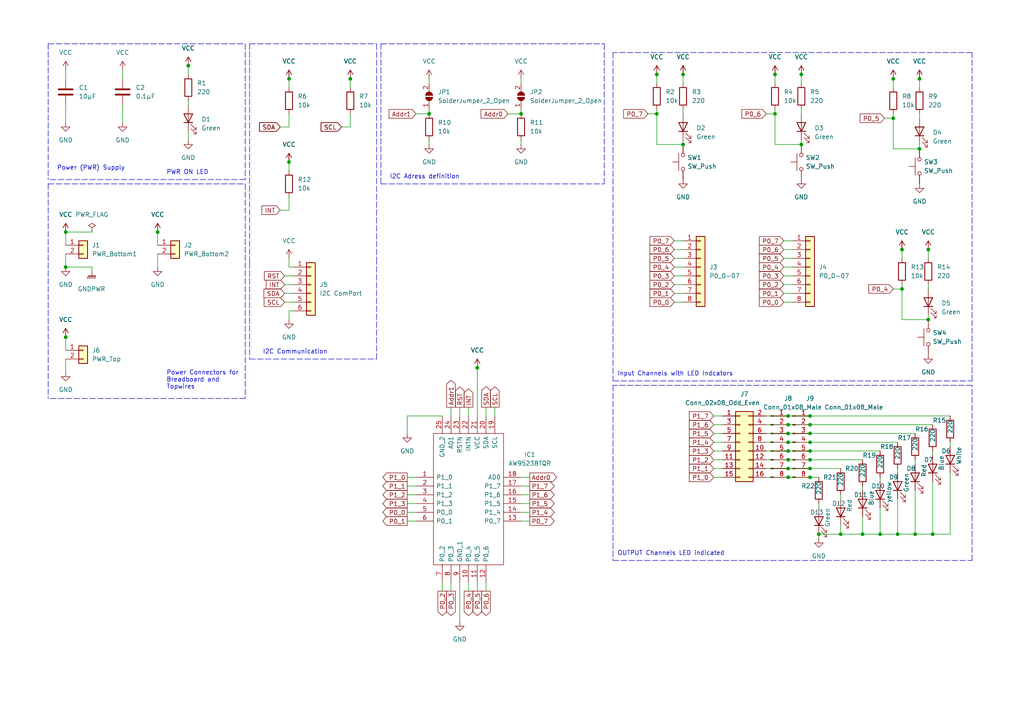
<source format=kicad_sch>
(kicad_sch (version 20211123) (generator eeschema)
  (paper "A4")
  (title_block (title "Feasibility GPIO Expander") (date "2022-02-17") (rev "v01") (comment 1 "Purpose: Execute the whole production pipline with an easy schematics") (comment 2 "Source https://learn.adafruit.com/adafruit-aw9523-gpio-expander-and-led-driver/") (comment 3 "Reflow Footprints"))
  (lib_symbols
    (symbol "Connector:Conn_01x08_Male" (pin_names (offset 1.016) hide)
      (property "Reference" "J" (at 0 10.16 0))
      (property "Value" "Conn_01x08_Male" (at 0 -12.7 0))
      (symbol "Conn_01x08_Male_1_1"
        (pin passive line (at 5.08 7.62 180) (length 3.81) (name "Pin_1") (number "1"))
        (pin passive line (at 5.08 5.08 180) (length 3.81) (name "Pin_2") (number "2"))
        (pin passive line (at 5.08 2.54 180) (length 3.81) (name "Pin_3") (number "3"))
        (pin passive line (at 5.08 0 180) (length 3.81) (name "Pin_4") (number "4"))
        (pin passive line (at 5.08 -2.54 180) (length 3.81) (name "Pin_5") (number "5"))
        (pin passive line (at 5.08 -5.08 180) (length 3.81) (name "Pin_6") (number "6"))
        (pin passive line (at 5.08 -7.62 180) (length 3.81) (name "Pin_7") (number "7"))
        (pin passive line (at 5.08 -10.16 180) (length 3.81) (name "Pin_8") (number "8"))
      )
    )
    (symbol "Connector_Generic:Conn_01x02" (pin_names (offset 1.016) hide)
      (property "Reference" "J" (at 0 2.54 0))
      (property "Value" "Conn_01x02" (at 0 -5.08 0))
      (symbol "Conn_01x02_1_1"
        (pin passive line (at -5.08 0 0) (length 3.81) (name "Pin_1") (number "1"))
        (pin passive line (at -5.08 -2.54 0) (length 3.81) (name "Pin_2") (number "2"))
      )
    )
    (symbol "Connector_Generic:Conn_01x06" (pin_names (offset 1.016) hide)
      (property "Reference" "J" (at 0 7.62 0))
      (property "Value" "Conn_01x06" (at 0 -10.16 0))
      (symbol "Conn_01x06_1_1"
        (pin passive line (at -5.08 5.08 0) (length 3.81) (name "Pin_1") (number "1"))
        (pin passive line (at -5.08 2.54 0) (length 3.81) (name "Pin_2") (number "2"))
        (pin passive line (at -5.08 0 0) (length 3.81) (name "Pin_3") (number "3"))
        (pin passive line (at -5.08 -2.54 0) (length 3.81) (name "Pin_4") (number "4"))
        (pin passive line (at -5.08 -5.08 0) (length 3.81) (name "Pin_5") (number "5"))
        (pin passive line (at -5.08 -7.62 0) (length 3.81) (name "Pin_6") (number "6"))
      )
    )
    (symbol "Connector_Generic:Conn_01x08" (pin_names (offset 1.016) hide)
      (property "Reference" "J" (at 0 10.16 0))
      (property "Value" "Conn_01x08" (at 0 -12.7 0))
      (symbol "Conn_01x08_1_1"
        (pin passive line (at -5.08 7.62 0) (length 3.81) (name "Pin_1") (number "1"))
        (pin passive line (at -5.08 5.08 0) (length 3.81) (name "Pin_2") (number "2"))
        (pin passive line (at -5.08 2.54 0) (length 3.81) (name "Pin_3") (number "3"))
        (pin passive line (at -5.08 0 0) (length 3.81) (name "Pin_4") (number "4"))
        (pin passive line (at -5.08 -2.54 0) (length 3.81) (name "Pin_5") (number "5"))
        (pin passive line (at -5.08 -5.08 0) (length 3.81) (name "Pin_6") (number "6"))
        (pin passive line (at -5.08 -7.62 0) (length 3.81) (name "Pin_7") (number "7"))
        (pin passive line (at -5.08 -10.16 0) (length 3.81) (name "Pin_8") (number "8"))
      )
    )
    (symbol "Connector_Generic:Conn_02x08_Odd_Even" (pin_names (offset 1.016) hide)
      (property "Reference" "J" (at 1.27 10.16 0))
      (property "Value" "Conn_02x08_Odd_Even" (at 1.27 -12.7 0))
      (symbol "Conn_02x08_Odd_Even_1_1"
        (pin passive line (at -5.08 7.62 0) (length 3.81) (name "Pin_1") (number "1"))
        (pin passive line (at 7.62 -2.54 180) (length 3.81) (name "Pin_10") (number "10"))
        (pin passive line (at -5.08 -5.08 0) (length 3.81) (name "Pin_11") (number "11"))
        (pin passive line (at 7.62 -5.08 180) (length 3.81) (name "Pin_12") (number "12"))
        (pin passive line (at -5.08 -7.62 0) (length 3.81) (name "Pin_13") (number "13"))
        (pin passive line (at 7.62 -7.62 180) (length 3.81) (name "Pin_14") (number "14"))
        (pin passive line (at -5.08 -10.16 0) (length 3.81) (name "Pin_15") (number "15"))
        (pin passive line (at 7.62 -10.16 180) (length 3.81) (name "Pin_16") (number "16"))
        (pin passive line (at 7.62 7.62 180) (length 3.81) (name "Pin_2") (number "2"))
        (pin passive line (at -5.08 5.08 0) (length 3.81) (name "Pin_3") (number "3"))
        (pin passive line (at 7.62 5.08 180) (length 3.81) (name "Pin_4") (number "4"))
        (pin passive line (at -5.08 2.54 0) (length 3.81) (name "Pin_5") (number "5"))
        (pin passive line (at 7.62 2.54 180) (length 3.81) (name "Pin_6") (number "6"))
        (pin passive line (at -5.08 0 0) (length 3.81) (name "Pin_7") (number "7"))
        (pin passive line (at 7.62 0 180) (length 3.81) (name "Pin_8") (number "8"))
        (pin passive line (at -5.08 -2.54 0) (length 3.81) (name "Pin_9") (number "9"))
      )
    )
    (symbol "Device:C" (pin_numbers hide) (pin_names (offset 0.254))
      (property "Reference" "C" (at 0.635 2.54 0))
      (property "Value" "C" (at 0.635 -2.54 0))
      (symbol "C_1_1"
        (pin passive line (at 0 3.81 270) (length 2.794) (name "~") (number "1"))
        (pin passive line (at 0 -3.81 90) (length 2.794) (name "~") (number "2"))
      )
    )
    (symbol "Device:LED" (pin_numbers hide) (pin_names (offset 1.016) hide)
      (property "Reference" "D" (at 0 2.54 0))
      (property "Value" "LED" (at 0 -2.54 0))
      (symbol "LED_1_1"
        (pin passive line (at -3.81 0 0) (length 2.54) (name "K") (number "1"))
        (pin passive line (at 3.81 0 180) (length 2.54) (name "A") (number "2"))
      )
    )
    (symbol "Device:R" (pin_numbers hide) (pin_names (offset 0))
      (property "Reference" "R" (at 2.032 0 90))
      (property "Value" "R" (at 0 0 90))
      (symbol "R_1_1"
        (pin passive line (at 0 3.81 270) (length 1.27) (name "~") (number "1"))
        (pin passive line (at 0 -3.81 90) (length 1.27) (name "~") (number "2"))
      )
    )
    (symbol "Jumper:SolderJumper_2_Open" (pin_names (offset 0) hide)
      (property "Reference" "JP" (at 0 2.032 0))
      (property "Value" "SolderJumper_2_Open" (at 0 -2.54 0))
      (symbol "SolderJumper_2_Open_1_1"
        (pin passive line (at -3.81 0 0) (length 2.54) (name "A") (number "1"))
        (pin passive line (at 3.81 0 180) (length 2.54) (name "B") (number "2"))
      )
    )
    (symbol "SamacSys_Parts:AW9523BTQR" (pin_names (offset 0.762))
      (property "Reference" "IC" (at 26.67 17.78 0))
      (property "Value" "AW9523BTQR" (at 26.67 15.24 0))
      (symbol "AW9523BTQR_0_0"
        (pin passive line (at 0 0 0) (length 5.08) (name "P1_0") (number "1"))
        (pin passive line (at 15.24 -30.48 90) (length 5.08) (name "P0_4") (number "10"))
        (pin passive line (at 17.78 -30.48 90) (length 5.08) (name "P0_5") (number "11"))
        (pin passive line (at 20.32 -30.48 90) (length 5.08) (name "P0_6") (number "12"))
        (pin passive line (at 30.48 -12.7 180) (length 5.08) (name "P0_7") (number "13"))
        (pin passive line (at 30.48 -10.16 180) (length 5.08) (name "P1_4") (number "14"))
        (pin passive line (at 30.48 -7.62 180) (length 5.08) (name "P1_5") (number "15"))
        (pin passive line (at 30.48 -5.08 180) (length 5.08) (name "P1_6") (number "16"))
        (pin passive line (at 30.48 -2.54 180) (length 5.08) (name "P1_7") (number "17"))
        (pin passive line (at 30.48 0 180) (length 5.08) (name "AD0") (number "18"))
        (pin passive line (at 22.86 17.78 270) (length 5.08) (name "SCL") (number "19"))
        (pin passive line (at 0 -2.54 0) (length 5.08) (name "P1_1") (number "2"))
        (pin passive line (at 20.32 17.78 270) (length 5.08) (name "SDA") (number "20"))
        (pin passive line (at 17.78 17.78 270) (length 5.08) (name "VCC") (number "21"))
        (pin passive line (at 15.24 17.78 270) (length 5.08) (name "INTN") (number "22"))
        (pin passive line (at 12.7 17.78 270) (length 5.08) (name "RSTN") (number "23"))
        (pin passive line (at 10.16 17.78 270) (length 5.08) (name "AD1") (number "24"))
        (pin passive line (at 7.62 17.78 270) (length 5.08) (name "GND_2") (number "25"))
        (pin passive line (at 0 -5.08 0) (length 5.08) (name "P1_2") (number "3"))
        (pin passive line (at 0 -7.62 0) (length 5.08) (name "P1_3") (number "4"))
        (pin passive line (at 0 -10.16 0) (length 5.08) (name "P0_0") (number "5"))
        (pin passive line (at 0 -12.7 0) (length 5.08) (name "P0_1") (number "6"))
        (pin passive line (at 7.62 -30.48 90) (length 5.08) (name "P0_2") (number "7"))
        (pin passive line (at 10.16 -30.48 90) (length 5.08) (name "P0_3") (number "8"))
        (pin passive line (at 12.7 -30.48 90) (length 5.08) (name "GND_1") (number "9"))
      )
    )
    (symbol "Switch:SW_Push" (pin_numbers hide) (pin_names (offset 1.016) hide)
      (property "Reference" "SW" (at 1.27 2.54 0))
      (property "Value" "SW_Push" (at 0 -1.524 0))
      (symbol "SW_Push_0_1"
        (pin passive line (at -5.08 0 0) (length 2.54) (name "1") (number "1"))
        (pin passive line (at 5.08 0 180) (length 2.54) (name "2") (number "2"))
      )
    )
    (symbol "power:GND" (power) (pin_names (offset 0))
      (property "Value" "GND" (at 0 -3.81 0))
      (symbol "GND_1_1"
        (pin power_in line (at 0 0 270) (length 0) hide (name "GND") (number "1"))
      )
    )
    (symbol "power:GNDPWR" (power) (pin_names (offset 0))
      (property "Value" "GNDPWR" (at 0 -3.302 0))
      (symbol "GNDPWR_1_1"
        (pin power_in line (at 0 0 270) (length 0) hide (name "GNDPWR") (number "1"))
      )
    )
    (symbol "power:PWR_FLAG" (power) (pin_numbers hide) (pin_names (offset 0) hide)
      (property "Value" "PWR_FLAG" (at 0 3.81 0))
      (symbol "PWR_FLAG_0_0"
        (pin power_out line (at 0 0 90) (length 0) (name "pwr") (number "1"))
      )
    )
    (symbol "power:VCC" (power) (pin_names (offset 0))
      (property "Value" "VCC" (at 0 3.81 0))
      (symbol "VCC_1_1"
        (pin power_in line (at 0 0 90) (length 0) hide (name "VCC") (number "1"))
      )
    )
  )
  (junction (at 19.05 97.79))
  (junction (at 224.79 21.59))
  (junction (at 261.62 72.39))
  (junction (at 234.95 133.35))
  (junction (at 270.51 154.94))
  (junction (at 234.95 128.27))
  (junction (at 124.46 33.02))
  (junction (at 228.6 135.89))
  (junction (at 198.12 41.91))
  (junction (at 228.6 128.27))
  (junction (at 228.6 123.19))
  (junction (at 259.08 34.29))
  (junction (at 250.19 154.94))
  (junction (at 83.82 22.86))
  (junction (at 269.24 72.39))
  (junction (at 269.24 92.71))
  (junction (at 224.79 33.02))
  (junction (at 237.49 154.94))
  (junction (at 266.7 43.18))
  (junction (at 45.72 67.31))
  (junction (at 232.41 41.91))
  (junction (at 243.84 154.94))
  (junction (at 151.13 33.02))
  (junction (at 234.95 135.89))
  (junction (at 261.62 83.82))
  (junction (at 190.5 33.02))
  (junction (at 228.6 133.35))
  (junction (at 228.6 138.43))
  (junction (at 260.35 154.94))
  (junction (at 266.7 22.86))
  (junction (at 228.6 130.81))
  (junction (at 234.95 138.43))
  (junction (at 255.27 154.94))
  (junction (at 19.05 67.31))
  (junction (at 190.5 21.59))
  (junction (at 54.61 19.05))
  (junction (at 234.95 125.73))
  (junction (at 234.95 130.81))
  (junction (at 228.6 125.73))
  (junction (at 228.6 120.65))
  (junction (at 234.95 120.65))
  (junction (at 234.95 123.19))
  (junction (at 259.08 22.86))
  (junction (at 101.6 22.86))
  (junction (at 19.05 77.47))
  (junction (at 198.12 21.59))
  (junction (at 232.41 21.59))
  (junction (at 138.43 106.68))
  (junction (at 265.43 154.94))
  (junction (at 83.82 46.99))
  (wire (pts (xy 45.72 73.66) (xy 45.72 77.47)))
  (wire (pts (xy 140.97 168.91) (xy 140.97 171.45)))
  (polyline (pts (xy 109.22 104.14) (xy 109.22 76.2)))
  (wire (pts (xy 26.67 78.74) (xy 26.67 77.47)))
  (wire (pts (xy 227.33 80.01) (xy 229.87 80.01)))
  (wire (pts (xy 222.25 135.89) (xy 228.6 135.89)))
  (wire (pts (xy 151.13 40.64) (xy 151.13 41.91)))
  (polyline (pts (xy 281.94 111.76) (xy 177.8 111.76)))
  (wire (pts (xy 266.7 22.86) (xy 266.7 25.4)))
  (wire (pts (xy 224.79 33.02) (xy 222.25 33.02)))
  (wire (pts (xy 259.08 22.86) (xy 259.08 25.4)))
  (wire (pts (xy 195.58 72.39) (xy 198.12 72.39)))
  (wire (pts (xy 195.58 80.01) (xy 198.12 80.01)))
  (wire (pts (xy 237.49 146.05) (xy 237.49 147.32)))
  (wire (pts (xy 243.84 143.51) (xy 243.84 144.78)))
  (wire (pts (xy 255.27 154.94) (xy 260.35 154.94)))
  (wire (pts (xy 151.13 151.13) (xy 153.67 151.13)))
  (wire (pts (xy 101.6 33.02) (xy 101.6 36.83)))
  (wire (pts (xy 82.55 80.01) (xy 85.09 80.01)))
  (wire (pts (xy 266.7 41.91) (xy 266.7 43.18)))
  (wire (pts (xy 151.13 138.43) (xy 153.67 138.43)))
  (wire (pts (xy 195.58 74.93) (xy 198.12 74.93)))
  (wire (pts (xy 234.95 130.81) (xy 255.27 130.81)))
  (wire (pts (xy 222.25 138.43) (xy 228.6 138.43)))
  (polyline (pts (xy 13.97 12.7) (xy 13.97 52.07)))
  (wire (pts (xy 261.62 82.55) (xy 261.62 83.82)))
  (wire (pts (xy 147.32 33.02) (xy 151.13 33.02)))
  (polyline (pts (xy 177.8 15.24) (xy 177.8 110.49)))
  (wire (pts (xy 85.09 77.47) (xy 83.82 77.47)))
  (wire (pts (xy 269.24 91.44) (xy 269.24 92.71)))
  (wire (pts (xy 207.01 133.35) (xy 209.55 133.35)))
  (polyline (pts (xy 177.8 111.76) (xy 177.8 162.56)))
  (wire (pts (xy 259.08 43.18) (xy 266.7 43.18)))
  (wire (pts (xy 130.81 168.91) (xy 130.81 171.45)))
  (wire (pts (xy 151.13 22.86) (xy 151.13 24.13)))
  (wire (pts (xy 270.51 139.7) (xy 270.51 154.94)))
  (wire (pts (xy 228.6 130.81) (xy 234.95 130.81)))
  (wire (pts (xy 222.25 120.65) (xy 228.6 120.65)))
  (wire (pts (xy 224.79 31.75) (xy 224.79 33.02)))
  (wire (pts (xy 85.09 90.17) (xy 83.82 90.17)))
  (wire (pts (xy 130.81 118.11) (xy 130.81 120.65)))
  (wire (pts (xy 234.95 123.19) (xy 270.51 123.19)))
  (wire (pts (xy 261.62 83.82) (xy 261.62 92.71)))
  (wire (pts (xy 118.11 140.97) (xy 120.65 140.97)))
  (wire (pts (xy 228.6 128.27) (xy 234.95 128.27)))
  (wire (pts (xy 269.24 72.39) (xy 269.24 74.93)))
  (wire (pts (xy 265.43 133.35) (xy 265.43 134.62)))
  (polyline (pts (xy 71.12 52.07) (xy 13.97 52.07)))
  (wire (pts (xy 195.58 69.85) (xy 198.12 69.85)))
  (wire (pts (xy 232.41 21.59) (xy 232.41 24.13)))
  (wire (pts (xy 207.01 135.89) (xy 209.55 135.89)))
  (wire (pts (xy 19.05 67.31) (xy 26.67 67.31)))
  (polyline (pts (xy 110.49 12.7) (xy 175.26 12.7)))
  (wire (pts (xy 207.01 123.19) (xy 209.55 123.19)))
  (wire (pts (xy 82.55 82.55) (xy 85.09 82.55)))
  (wire (pts (xy 269.24 82.55) (xy 269.24 83.82)))
  (wire (pts (xy 250.19 140.97) (xy 250.19 142.24)))
  (wire (pts (xy 237.49 154.94) (xy 237.49 156.21)))
  (wire (pts (xy 224.79 21.59) (xy 224.79 24.13)))
  (wire (pts (xy 259.08 34.29) (xy 256.54 34.29)))
  (wire (pts (xy 237.49 154.94) (xy 243.84 154.94)))
  (wire (pts (xy 120.65 33.02) (xy 124.46 33.02)))
  (polyline (pts (xy 110.49 12.7) (xy 110.49 53.34)))
  (wire (pts (xy 228.6 135.89) (xy 234.95 135.89)))
  (wire (pts (xy 151.13 140.97) (xy 153.67 140.97)))
  (wire (pts (xy 151.13 31.75) (xy 151.13 33.02)))
  (wire (pts (xy 101.6 36.83) (xy 99.06 36.83)))
  (wire (pts (xy 250.19 149.86) (xy 250.19 154.94)))
  (wire (pts (xy 234.95 138.43) (xy 237.49 138.43)))
  (wire (pts (xy 250.19 154.94) (xy 255.27 154.94)))
  (wire (pts (xy 151.13 148.59) (xy 153.67 148.59)))
  (wire (pts (xy 151.13 143.51) (xy 153.67 143.51)))
  (wire (pts (xy 234.95 120.65) (xy 275.59 120.65)))
  (wire (pts (xy 83.82 90.17) (xy 83.82 92.71)))
  (wire (pts (xy 198.12 31.75) (xy 198.12 33.02)))
  (wire (pts (xy 270.51 154.94) (xy 275.59 154.94)))
  (wire (pts (xy 198.12 40.64) (xy 198.12 41.91)))
  (wire (pts (xy 207.01 120.65) (xy 209.55 120.65)))
  (wire (pts (xy 224.79 41.91) (xy 232.41 41.91)))
  (wire (pts (xy 54.61 38.1) (xy 54.61 40.64)))
  (wire (pts (xy 227.33 87.63) (xy 229.87 87.63)))
  (wire (pts (xy 83.82 77.47) (xy 83.82 74.93)))
  (wire (pts (xy 83.82 57.15) (xy 83.82 60.96)))
  (wire (pts (xy 19.05 104.14) (xy 19.05 107.95)))
  (wire (pts (xy 35.56 20.32) (xy 35.56 22.86)))
  (wire (pts (xy 82.55 85.09) (xy 85.09 85.09)))
  (wire (pts (xy 228.6 120.65) (xy 234.95 120.65)))
  (wire (pts (xy 207.01 128.27) (xy 209.55 128.27)))
  (wire (pts (xy 224.79 33.02) (xy 224.79 41.91)))
  (wire (pts (xy 260.35 135.89) (xy 260.35 137.16)))
  (polyline (pts (xy 281.94 162.56) (xy 281.94 111.76)))
  (wire (pts (xy 261.62 72.39) (xy 261.62 74.93)))
  (wire (pts (xy 227.33 85.09) (xy 229.87 85.09)))
  (polyline (pts (xy 72.39 12.7) (xy 72.39 76.2)))
  (wire (pts (xy 19.05 97.79) (xy 19.05 101.6)))
  (wire (pts (xy 234.95 135.89) (xy 243.84 135.89)))
  (wire (pts (xy 133.35 168.91) (xy 133.35 180.34)))
  (wire (pts (xy 118.11 143.51) (xy 120.65 143.51)))
  (wire (pts (xy 190.5 33.02) (xy 190.5 41.91)))
  (wire (pts (xy 190.5 33.02) (xy 187.96 33.02)))
  (polyline (pts (xy 13.97 53.34) (xy 13.97 115.57)))
  (wire (pts (xy 207.01 130.81) (xy 209.55 130.81)))
  (wire (pts (xy 261.62 92.71) (xy 269.24 92.71)))
  (wire (pts (xy 228.6 123.19) (xy 234.95 123.19)))
  (wire (pts (xy 222.25 123.19) (xy 228.6 123.19)))
  (wire (pts (xy 228.6 133.35) (xy 234.95 133.35)))
  (polyline (pts (xy 72.39 12.7) (xy 109.22 12.7)))
  (wire (pts (xy 190.5 31.75) (xy 190.5 33.02)))
  (wire (pts (xy 118.11 138.43) (xy 120.65 138.43)))
  (polyline (pts (xy 72.39 104.14) (xy 109.22 104.14)))
  (wire (pts (xy 228.6 125.73) (xy 234.95 125.73)))
  (wire (pts (xy 124.46 31.75) (xy 124.46 33.02)))
  (wire (pts (xy 26.67 77.47) (xy 19.05 77.47)))
  (polyline (pts (xy 13.97 53.34) (xy 71.12 53.34)))
  (wire (pts (xy 275.59 137.16) (xy 275.59 154.94)))
  (wire (pts (xy 227.33 69.85) (xy 229.87 69.85)))
  (wire (pts (xy 222.25 128.27) (xy 228.6 128.27)))
  (wire (pts (xy 227.33 82.55) (xy 229.87 82.55)))
  (wire (pts (xy 45.72 67.31) (xy 45.72 71.12)))
  (wire (pts (xy 138.43 106.68) (xy 138.43 120.65)))
  (polyline (pts (xy 281.94 110.49) (xy 281.94 15.24)))
  (polyline (pts (xy 175.26 53.34) (xy 175.26 12.7)))
  (wire (pts (xy 143.51 118.11) (xy 143.51 120.65)))
  (wire (pts (xy 135.89 168.91) (xy 135.89 171.45)))
  (wire (pts (xy 227.33 74.93) (xy 229.87 74.93)))
  (wire (pts (xy 135.89 118.11) (xy 135.89 120.65)))
  (wire (pts (xy 195.58 85.09) (xy 198.12 85.09)))
  (wire (pts (xy 101.6 22.86) (xy 101.6 25.4)))
  (wire (pts (xy 124.46 40.64) (xy 124.46 41.91)))
  (polyline (pts (xy 109.22 76.2) (xy 109.22 12.7)))
  (wire (pts (xy 234.95 133.35) (xy 250.19 133.35)))
  (wire (pts (xy 227.33 77.47) (xy 229.87 77.47)))
  (polyline (pts (xy 72.39 76.2) (xy 72.39 104.14)))
  (wire (pts (xy 265.43 142.24) (xy 265.43 154.94)))
  (wire (pts (xy 19.05 30.48) (xy 19.05 35.56)))
  (wire (pts (xy 222.25 130.81) (xy 228.6 130.81)))
  (wire (pts (xy 19.05 67.31) (xy 19.05 71.12)))
  (wire (pts (xy 275.59 128.27) (xy 275.59 129.54)))
  (wire (pts (xy 195.58 87.63) (xy 198.12 87.63)))
  (wire (pts (xy 81.28 60.96) (xy 83.82 60.96)))
  (polyline (pts (xy 71.12 115.57) (xy 13.97 115.57)))
  (polyline (pts (xy 177.8 110.49) (xy 281.94 110.49)))
  (wire (pts (xy 198.12 21.59) (xy 198.12 24.13)))
  (wire (pts (xy 151.13 146.05) (xy 153.67 146.05)))
  (wire (pts (xy 195.58 82.55) (xy 198.12 82.55)))
  (wire (pts (xy 54.61 29.21) (xy 54.61 30.48)))
  (wire (pts (xy 243.84 152.4) (xy 243.84 154.94)))
  (wire (pts (xy 83.82 33.02) (xy 83.82 36.83)))
  (wire (pts (xy 19.05 73.66) (xy 19.05 77.47)))
  (polyline (pts (xy 110.49 53.34) (xy 175.26 53.34)))
  (wire (pts (xy 243.84 154.94) (xy 250.19 154.94)))
  (wire (pts (xy 261.62 83.82) (xy 259.08 83.82)))
  (wire (pts (xy 222.25 133.35) (xy 228.6 133.35)))
  (wire (pts (xy 228.6 138.43) (xy 234.95 138.43)))
  (wire (pts (xy 35.56 30.48) (xy 35.56 35.56)))
  (wire (pts (xy 124.46 22.86) (xy 124.46 24.13)))
  (wire (pts (xy 260.35 154.94) (xy 265.43 154.94)))
  (wire (pts (xy 83.82 46.99) (xy 83.82 49.53)))
  (wire (pts (xy 190.5 41.91) (xy 198.12 41.91)))
  (wire (pts (xy 195.58 77.47) (xy 198.12 77.47)))
  (wire (pts (xy 128.27 120.65) (xy 118.11 120.65)))
  (wire (pts (xy 82.55 87.63) (xy 85.09 87.63)))
  (wire (pts (xy 140.97 118.11) (xy 140.97 120.65)))
  (wire (pts (xy 81.28 36.83) (xy 83.82 36.83)))
  (wire (pts (xy 222.25 125.73) (xy 228.6 125.73)))
  (wire (pts (xy 19.05 20.32) (xy 19.05 22.86)))
  (wire (pts (xy 118.11 148.59) (xy 120.65 148.59)))
  (wire (pts (xy 232.41 31.75) (xy 232.41 33.02)))
  (wire (pts (xy 207.01 138.43) (xy 209.55 138.43)))
  (wire (pts (xy 138.43 168.91) (xy 138.43 171.45)))
  (wire (pts (xy 227.33 72.39) (xy 229.87 72.39)))
  (wire (pts (xy 270.51 130.81) (xy 270.51 132.08)))
  (wire (pts (xy 234.95 128.27) (xy 260.35 128.27)))
  (polyline (pts (xy 71.12 53.34) (xy 71.12 115.57)))
  (wire (pts (xy 232.41 40.64) (xy 232.41 41.91)))
  (wire (pts (xy 259.08 34.29) (xy 259.08 43.18)))
  (polyline (pts (xy 281.94 15.24) (xy 177.8 15.24)))
  (wire (pts (xy 207.01 125.73) (xy 209.55 125.73)))
  (wire (pts (xy 118.11 151.13) (xy 120.65 151.13)))
  (wire (pts (xy 259.08 33.02) (xy 259.08 34.29)))
  (wire (pts (xy 255.27 147.32) (xy 255.27 154.94)))
  (wire (pts (xy 190.5 21.59) (xy 190.5 24.13)))
  (polyline (pts (xy 13.97 12.7) (xy 71.12 12.7)))
  (wire (pts (xy 234.95 125.73) (xy 265.43 125.73)))
  (wire (pts (xy 128.27 168.91) (xy 128.27 171.45)))
  (wire (pts (xy 266.7 33.02) (xy 266.7 34.29)))
  (wire (pts (xy 54.61 19.05) (xy 54.61 21.59)))
  (wire (pts (xy 133.35 118.11) (xy 133.35 120.65)))
  (polyline (pts (xy 71.12 12.7) (xy 71.12 52.07)))
  (wire (pts (xy 260.35 144.78) (xy 260.35 154.94)))
  (polyline (pts (xy 177.8 162.56) (xy 281.94 162.56)))
  (wire (pts (xy 118.11 120.65) (xy 118.11 125.73)))
  (wire (pts (xy 118.11 146.05) (xy 120.65 146.05)))
  (wire (pts (xy 83.82 22.86) (xy 83.82 25.4)))
  (wire (pts (xy 255.27 138.43) (xy 255.27 139.7)))
  (wire (pts (xy 265.43 154.94) (xy 270.51 154.94)))
  (text "I2C Communication" (at 76.2 102.87 0) (effects (font (size 1.27 1.27)) (justify left bottom)))
  (text "PWR ON LED" (at 48.26 50.8 0) (effects (font (size 1.27 1.27)) (justify left bottom)))
  (text "Input Channels with LED Indcators" (at 179.07 109.22 0) (effects (font (size 1.27 1.27)) (justify left bottom)))
  (text "Power (PWR) Supply" (at 16.51 49.53 0) (effects (font (size 1.27 1.27)) (justify left bottom)))
  (text "I2C Adress definition" (at 113.03 52.07 0) (effects (font (size 1.27 1.27)) (justify left bottom)))
  (text "Power Connectors for\nBreadboard and\nTopwires" (at 48.26 113.03 0) (effects (font (size 1.27 1.27)) (justify left bottom)))
  (text "OUTPUT Channels LED indicated" (at 179.07 161.29 0) (effects (font (size 1.27 1.27)) (justify left bottom)))
  (global_label "P1_5" (shape output) (at 153.67 146.05 0) (property "Intersheet References" "${INTERSHEET_REFS}" (effects hide)))
  (global_label "P0_2" (shape input) (at 227.33 82.55 180) (property "Intersheet References" "${INTERSHEET_REFS}" (effects hide)))
  (global_label "P1_2" (shape input) (at 207.01 133.35 180) (property "Intersheet References" "${INTERSHEET_REFS}" (effects hide)))
  (global_label "P1_1" (shape input) (at 207.01 135.89 180) (property "Intersheet References" "${INTERSHEET_REFS}" (effects hide)))
  (global_label "P1_7" (shape output) (at 153.67 140.97 0) (property "Intersheet References" "${INTERSHEET_REFS}" (effects hide)))
  (global_label "P0_0" (shape input) (at 195.58 87.63 180) (property "Intersheet References" "${INTERSHEET_REFS}" (effects hide)))
  (global_label "P0_4" (shape output) (at 135.89 171.45 270) (property "Intersheet References" "${INTERSHEET_REFS}" (effects hide)))
  (global_label "SCL" (shape input) (at 82.55 87.63 180) (property "Intersheet References" "${INTERSHEET_REFS}" (effects hide)))
  (global_label "P1_4" (shape input) (at 207.01 128.27 180) (property "Intersheet References" "${INTERSHEET_REFS}" (effects hide)))
  (global_label "P0_6" (shape input) (at 227.33 72.39 180) (property "Intersheet References" "${INTERSHEET_REFS}" (effects hide)))
  (global_label "SDA" (shape input) (at 81.28 36.83 180) (property "Intersheet References" "${INTERSHEET_REFS}" (effects hide)))
  (global_label "P0_7" (shape input) (at 187.96 33.02 180) (property "Intersheet References" "${INTERSHEET_REFS}" (effects hide)))
  (global_label "P0_3" (shape input) (at 195.58 80.01 180) (property "Intersheet References" "${INTERSHEET_REFS}" (effects hide)))
  (global_label "P1_1" (shape output) (at 118.11 140.97 180) (property "Intersheet References" "${INTERSHEET_REFS}" (effects hide)))
  (global_label "RST" (shape input) (at 82.55 80.01 180) (property "Intersheet References" "${INTERSHEET_REFS}" (effects hide)))
  (global_label "P1_4" (shape output) (at 153.67 148.59 0) (property "Intersheet References" "${INTERSHEET_REFS}" (effects hide)))
  (global_label "P0_4" (shape input) (at 227.33 77.47 180) (property "Intersheet References" "${INTERSHEET_REFS}" (effects hide)))
  (global_label "P0_5" (shape input) (at 256.54 34.29 180) (property "Intersheet References" "${INTERSHEET_REFS}" (effects hide)))
  (global_label "P0_4" (shape input) (at 259.08 83.82 180) (property "Intersheet References" "${INTERSHEET_REFS}" (effects hide)))
  (global_label "INT" (shape input) (at 81.28 60.96 180) (property "Intersheet References" "${INTERSHEET_REFS}" (effects hide)))
  (global_label "Addr1" (shape output) (at 130.81 118.11 90) (property "Intersheet References" "${INTERSHEET_REFS}" (effects hide)))
  (global_label "P0_6" (shape output) (at 140.97 171.45 270) (property "Intersheet References" "${INTERSHEET_REFS}" (effects hide)))
  (global_label "SCL" (shape output) (at 143.51 118.11 90) (property "Intersheet References" "${INTERSHEET_REFS}" (effects hide)))
  (global_label "P1_5" (shape input) (at 207.01 125.73 180) (property "Intersheet References" "${INTERSHEET_REFS}" (effects hide)))
  (global_label "P0_1" (shape input) (at 227.33 85.09 180) (property "Intersheet References" "${INTERSHEET_REFS}" (effects hide)))
  (global_label "P1_0" (shape output) (at 118.11 138.43 180) (property "Intersheet References" "${INTERSHEET_REFS}" (effects hide)))
  (global_label "P0_6" (shape input) (at 195.58 72.39 180) (property "Intersheet References" "${INTERSHEET_REFS}" (effects hide)))
  (global_label "INT" (shape input) (at 82.55 82.55 180) (property "Intersheet References" "${INTERSHEET_REFS}" (effects hide)))
  (global_label "INT" (shape output) (at 135.89 118.11 90) (property "Intersheet References" "${INTERSHEET_REFS}" (effects hide)))
  (global_label "SCL" (shape input) (at 99.06 36.83 180) (property "Intersheet References" "${INTERSHEET_REFS}" (effects hide)))
  (global_label "P0_2" (shape output) (at 128.27 171.45 270) (property "Intersheet References" "${INTERSHEET_REFS}" (effects hide)))
  (global_label "Addr1" (shape input) (at 120.65 33.02 180) (property "Intersheet References" "${INTERSHEET_REFS}" (effects hide)))
  (global_label "P0_3" (shape output) (at 130.81 171.45 270) (property "Intersheet References" "${INTERSHEET_REFS}" (effects hide)))
  (global_label "P0_3" (shape input) (at 227.33 80.01 180) (property "Intersheet References" "${INTERSHEET_REFS}" (effects hide)))
  (global_label "P1_3" (shape output) (at 118.11 146.05 180) (property "Intersheet References" "${INTERSHEET_REFS}" (effects hide)))
  (global_label "P0_1" (shape output) (at 118.11 151.13 180) (property "Intersheet References" "${INTERSHEET_REFS}" (effects hide)))
  (global_label "P0_7" (shape input) (at 195.58 69.85 180) (property "Intersheet References" "${INTERSHEET_REFS}" (effects hide)))
  (global_label "SCL" (shape input) (at 99.06 36.83 180) (property "Intersheet References" "${INTERSHEET_REFS}" (effects hide)))
  (global_label "P0_0" (shape output) (at 118.11 148.59 180) (property "Intersheet References" "${INTERSHEET_REFS}" (effects hide)))
  (global_label "P1_3" (shape input) (at 207.01 130.81 180) (property "Intersheet References" "${INTERSHEET_REFS}" (effects hide)))
  (global_label "P1_7" (shape input) (at 207.01 120.65 180) (property "Intersheet References" "${INTERSHEET_REFS}" (effects hide)))
  (global_label "Addr0" (shape input) (at 147.32 33.02 180) (property "Intersheet References" "${INTERSHEET_REFS}" (effects hide)))
  (global_label "P0_5" (shape output) (at 138.43 171.45 270) (property "Intersheet References" "${INTERSHEET_REFS}" (effects hide)))
  (global_label "P1_0" (shape input) (at 207.01 138.43 180) (property "Intersheet References" "${INTERSHEET_REFS}" (effects hide)))
  (global_label "P0_7" (shape input) (at 227.33 69.85 180) (property "Intersheet References" "${INTERSHEET_REFS}" (effects hide)))
  (global_label "P1_6" (shape input) (at 207.01 123.19 180) (property "Intersheet References" "${INTERSHEET_REFS}" (effects hide)))
  (global_label "SDA" (shape input) (at 82.55 85.09 180) (property "Intersheet References" "${INTERSHEET_REFS}" (effects hide)))
  (global_label "P0_4" (shape input) (at 195.58 77.47 180) (property "Intersheet References" "${INTERSHEET_REFS}" (effects hide)))
  (global_label "P0_5" (shape input) (at 195.58 74.93 180) (property "Intersheet References" "${INTERSHEET_REFS}" (effects hide)))
  (global_label "P0_2" (shape input) (at 195.58 82.55 180) (property "Intersheet References" "${INTERSHEET_REFS}" (effects hide)))
  (global_label "P0_6" (shape input) (at 222.25 33.02 180) (property "Intersheet References" "${INTERSHEET_REFS}" (effects hide)))
  (global_label "SDA" (shape input) (at 81.28 36.83 180) (property "Intersheet References" "${INTERSHEET_REFS}" (effects hide)))
  (global_label "P0_1" (shape input) (at 195.58 85.09 180) (property "Intersheet References" "${INTERSHEET_REFS}" (effects hide)))
  (global_label "SDA" (shape output) (at 140.97 118.11 90) (property "Intersheet References" "${INTERSHEET_REFS}" (effects hide)))
  (global_label "P0_0" (shape input) (at 227.33 87.63 180) (property "Intersheet References" "${INTERSHEET_REFS}" (effects hide)))
  (global_label "P1_2" (shape output) (at 118.11 143.51 180) (property "Intersheet References" "${INTERSHEET_REFS}" (effects hide)))
  (global_label "P0_5" (shape input) (at 227.33 74.93 180) (property "Intersheet References" "${INTERSHEET_REFS}" (effects hide)))
  (global_label "Addr0" (shape output) (at 153.67 138.43 0) (property "Intersheet References" "${INTERSHEET_REFS}" (effects hide)))
  (global_label "P0_7" (shape output) (at 153.67 151.13 0) (property "Intersheet References" "${INTERSHEET_REFS}" (effects hide)))
  (global_label "RST" (shape output) (at 133.35 118.11 90) (property "Intersheet References" "${INTERSHEET_REFS}" (effects hide)))
  (global_label "P1_6" (shape output) (at 153.67 143.51 0) (property "Intersheet References" "${INTERSHEET_REFS}" (effects hide)))
  (symbol (lib_id "Device:R") (at 275.59 124.46 0) (unit 1)
    (property "Reference" "R15" (at 270.51 121.92 0) (effects (justify left)))
    (property "Value" "220" (at 275.59 125.73 90) (effects (justify left)))
    (property "Footprint" "Resistor_SMD:R_0805_2012Metric" (effects hide))
  )
  (symbol (lib_id "power:GNDPWR") (at 26.67 78.74 0) (unit 1)
    (property "Reference" "#PWR044" (effects hide))
    (property "Value" "GNDPWR" (at 26.543 83.82 0))
  )
  (symbol (lib_id "power:VCC") (at 83.82 74.93 0) (unit 1)
    (property "Reference" "#PWR041" (effects hide))
    (property "Value" "VCC" (at 83.82 69.85 0))
  )
  (symbol (lib_id "Device:R") (at 255.27 134.62 0) (unit 1)
    (property "Reference" "R19" (at 250.19 132.08 0) (effects (justify left)))
    (property "Value" "220" (at 255.27 135.89 90) (effects (justify left)))
    (property "Footprint" "Resistor_SMD:R_0805_2012Metric" (effects hide))
  )
  (symbol (lib_id "Device:C") (at 35.56 26.67 0) (unit 1)
    (property "Reference" "C2" (at 39.37 25.3999 0) (effects (justify left)))
    (property "Value" "0.1µF" (at 39.37 27.9399 0) (effects (justify left)))
    (property "Footprint" "Capacitor_SMD:C_0805_2012Metric" (effects hide))
  )
  (symbol (lib_id "power:VCC") (at 83.82 46.99 0) (unit 1)
    (property "Reference" "#PWR028" (effects hide))
    (property "Value" "VCC" (at 83.82 41.91 0))
  )
  (symbol (lib_id "Device:LED") (at 270.51 135.89 90) (unit 1)
    (property "Reference" "D7" (at 267.97 133.35 90) (effects (justify right)))
    (property "Value" "Blue" (at 273.05 132.08 0) (effects (justify right)))
    (property "Footprint" "LED_SMD:LED_0805_2012Metric" (effects hide))
  )
  (symbol (lib_id "Jumper:SolderJumper_2_Open") (at 151.13 27.94 90) (unit 1)
    (property "Reference" "JP2" (at 153.67 26.6699 90) (effects (justify right)))
    (property "Value" "SolderJumper_2_Open" (at 153.67 29.2099 90) (effects (justify right)))
    (property "Footprint" "Jumper:SolderJumper-2_P1.3mm_Open_TrianglePad1.0x1.5mm" (effects hide))
  )
  (symbol (lib_id "Device:R") (at 190.5 27.94 0) (unit 1)
    (property "Reference" "R2" (at 193.04 26.6699 0) (effects (justify left)))
    (property "Value" "10k" (at 193.04 29.2099 0) (effects (justify left)))
    (property "Footprint" "Resistor_SMD:R_0805_2012Metric" (effects hide))
  )
  (symbol (lib_id "power:GND") (at 83.82 92.71 0) (unit 1)
    (property "Reference" "#PWR045" (effects hide))
    (property "Value" "GND" (at 83.82 97.79 0))
  )
  (symbol (lib_id "power:VCC") (at 266.7 22.86 0) (unit 1)
    (property "Reference" "#PWR021" (effects hide))
    (property "Value" "VCC" (at 266.7 17.78 0))
  )
  (symbol (lib_id "power:VCC") (at 198.12 21.59 0) (unit 1)
    (property "Reference" "#PWR07" (effects hide))
    (property "Value" "VCC" (at 198.12 16.51 0))
  )
  (symbol (lib_id "Connector_Generic:Conn_02x08_Odd_Even") (at 214.63 128.27 0) (unit 1)
    (property "Reference" "J7" (at 215.9 114.3 0))
    (property "Value" "Conn_02x08_Odd_Even" (at 209.55 116.84 0))
    (property "Footprint" "Connector_PinHeader_2.54mm:PinHeader_2x08_P2.54mm_Vertical" (effects hide))
  )
  (symbol (lib_id "Connector_Generic:Conn_01x02") (at 50.8 71.12 0) (unit 1)
    (property "Reference" "J2" (at 53.34 71.1199 0) (effects (justify left)))
    (property "Value" "PWR_Bottom2" (at 53.34 73.6599 0) (effects (justify left)))
    (property "Footprint" "Connector_PinHeader_2.54mm:PinHeader_1x02_P2.54mm_Vertical" (effects hide))
  )
  (symbol (lib_id "Connector_Generic:Conn_01x08") (at 234.95 77.47 0) (unit 1)
    (property "Reference" "J4" (at 237.49 77.4699 0) (effects (justify left)))
    (property "Value" "P0_0-07" (at 237.49 80.0099 0) (effects (justify left)))
    (property "Footprint" "Connector_PinHeader_2.54mm:PinHeader_1x08_P2.54mm_Vertical" (effects hide))
  )
  (symbol (lib_id "Switch:SW_Push") (at 232.41 46.99 90) (unit 1)
    (property "Reference" "SW2" (at 233.68 45.7199 90) (effects (justify right)))
    (property "Value" "SW_Push" (at 233.68 48.2599 90) (effects (justify right)))
    (property "Footprint" "SamacSys_Parts:314375650" (effects hide))
    (property "Datasheet" "https://www.te.com/commerce/DocumentDelivery/DDEController?Action=showdoc&DocId=Customer+Drawing%7F2-1437565-7%7FV%7Fpdf%7FEnglish%7FENG_CD_2-1437565-7_V.pdf%7F3-1437565-0" (effects hide))
    (property "Source" "https://componentsearchengine.com/part-view/3-1437565-0/TE%20Connectivity" (effects hide))
  )
  (symbol (lib_id "Switch:SW_Push") (at 269.24 97.79 90) (unit 1)
    (property "Reference" "SW4" (at 270.51 96.5199 90) (effects (justify right)))
    (property "Value" "SW_Push" (at 270.51 99.0599 90) (effects (justify right)))
    (property "Footprint" "SamacSys_Parts:314375650" (effects hide))
    (property "Datasheet" "https://www.te.com/commerce/DocumentDelivery/DDEController?Action=showdoc&DocId=Customer+Drawing%7F2-1437565-7%7FV%7Fpdf%7FEnglish%7FENG_CD_2-1437565-7_V.pdf%7F3-1437565-0" (effects hide))
    (property "Source" "https://componentsearchengine.com/part-view/3-1437565-0/TE%20Connectivity" (effects hide))
  )
  (symbol (lib_id "power:GND") (at 198.12 52.07 0) (unit 1)
    (property "Reference" "#PWR030" (effects hide))
    (property "Value" "GND" (at 198.12 57.15 0))
  )
  (symbol (lib_id "power:VCC") (at 19.05 20.32 0) (unit 1)
    (property "Reference" "#PWR03" (effects hide))
    (property "Value" "VCC" (at 19.05 15.24 0))
  )
  (symbol (lib_id "Device:LED") (at 260.35 140.97 90) (unit 1)
    (property "Reference" "D9" (at 257.81 138.43 90) (effects (justify right)))
    (property "Value" "Green" (at 262.89 137.16 0) (effects (justify right)))
    (property "Footprint" "LED_SMD:LED_0805_2012Metric" (effects hide))
  )
  (symbol (lib_id "power:VCC") (at 151.13 22.86 0) (unit 1)
    (property "Reference" "#PWR018" (effects hide))
    (property "Value" "VCC" (at 151.13 17.78 0))
  )
  (symbol (lib_id "Device:LED") (at 269.24 87.63 90) (unit 1)
    (property "Reference" "D5" (at 273.05 87.9474 90) (effects (justify right)))
    (property "Value" "Green" (at 273.05 90.4874 90) (effects (justify right)))
    (property "Footprint" "LED_SMD:LED_0805_2012Metric" (effects hide))
  )
  (symbol (lib_id "Connector_Generic:Conn_01x06") (at 90.17 82.55 0) (unit 1)
    (property "Reference" "J5" (at 92.71 82.5499 0) (effects (justify left)))
    (property "Value" "I2C ComPort" (at 92.71 85.0899 0) (effects (justify left)))
    (property "Footprint" "Connector_PinHeader_2.54mm:PinHeader_1x06_P2.54mm_Vertical" (effects hide))
  )
  (symbol (lib_id "power:VCC") (at 45.72 67.31 0) (unit 1)
    (property "Reference" "#PWR035" (effects hide))
    (property "Value" "VCC" (at 45.72 62.23 0))
  )
  (symbol (lib_id "power:VCC") (at 266.7 22.86 0) (unit 1)
    (property "Reference" "#PWR022" (effects hide))
    (property "Value" "VCC" (at 266.7 17.78 0))
  )
  (symbol (lib_id "power:GND") (at 266.7 53.34 0) (unit 1)
    (property "Reference" "#PWR032" (effects hide))
    (property "Value" "GND" (at 266.7 58.42 0))
  )
  (symbol (lib_id "Device:LED") (at 265.43 138.43 90) (unit 1)
    (property "Reference" "D8" (at 262.89 135.89 90) (effects (justify right)))
    (property "Value" "Red" (at 267.97 134.62 0) (effects (justify right)))
    (property "Footprint" "LED_SMD:LED_0805_2012Metric" (effects hide))
  )
  (symbol (lib_id "power:GND") (at 19.05 35.56 0) (unit 1)
    (property "Reference" "#PWR023" (effects hide))
    (property "Value" "GND" (at 19.05 40.64 0))
  )
  (symbol (lib_id "Device:R") (at 54.61 25.4 0) (unit 1)
    (property "Reference" "R1" (at 57.15 24.1299 0) (effects (justify left)))
    (property "Value" "220" (at 57.15 26.6699 0) (effects (justify left)))
    (property "Footprint" "Resistor_SMD:R_0805_2012Metric" (effects hide))
  )
  (symbol (lib_id "power:PWR_FLAG") (at 26.67 67.31 0) (unit 1)
    (property "Reference" "#FLG01" (effects hide))
    (property "Value" "PWR_FLAG" (at 26.67 62.23 0))
  )
  (symbol (lib_id "Device:LED") (at 232.41 36.83 90) (unit 1)
    (property "Reference" "D3" (at 236.22 37.1474 90) (effects (justify right)))
    (property "Value" "Green" (at 236.22 39.6874 90) (effects (justify right)))
    (property "Footprint" "LED_SMD:LED_0805_2012Metric" (effects hide))
  )
  (symbol (lib_id "Device:LED") (at 237.49 151.13 90) (unit 1)
    (property "Reference" "D13" (at 234.95 148.59 90) (effects (justify right)))
    (property "Value" "Green" (at 240.03 147.32 0) (effects (justify right)))
    (property "Footprint" "LED_SMD:LED_0805_2012Metric" (effects hide))
  )
  (symbol (lib_id "power:VCC") (at 269.24 72.39 0) (unit 1)
    (property "Reference" "#PWR039" (effects hide))
    (property "Value" "VCC" (at 269.24 67.31 0))
  )
  (symbol (lib_id "power:GND") (at 269.24 102.87 0) (unit 1)
    (property "Reference" "#PWR048" (effects hide))
    (property "Value" "GND" (at 269.24 107.95 0))
  )
  (symbol (lib_id "Device:R") (at 260.35 132.08 0) (unit 1)
    (property "Reference" "R18" (at 255.27 129.54 0) (effects (justify left)))
    (property "Value" "220" (at 260.35 133.35 90) (effects (justify left)))
    (property "Footprint" "Resistor_SMD:R_0805_2012Metric" (effects hide))
  )
  (symbol (lib_id "power:VCC") (at 54.61 19.05 0) (unit 1)
    (property "Reference" "#PWR01" (effects hide))
    (property "Value" "VCC" (at 54.61 13.97 0))
  )
  (symbol (lib_id "power:GND") (at 133.35 180.34 0) (unit 1)
    (property "Reference" "#PWR054" (effects hide))
    (property "Value" "GND" (at 133.35 185.42 0))
  )
  (symbol (lib_id "power:GND") (at 124.46 41.91 0) (unit 1)
    (property "Reference" "#PWR026" (effects hide))
    (property "Value" "GND" (at 124.46 46.99 0))
  )
  (symbol (lib_id "Device:LED") (at 255.27 143.51 90) (unit 1)
    (property "Reference" "D10" (at 252.73 140.97 90) (effects (justify right)))
    (property "Value" "yellow" (at 257.81 139.7 0) (effects (justify right)))
    (property "Footprint" "LED_SMD:LED_0805_2012Metric" (effects hide))
  )
  (symbol (lib_id "power:VCC") (at 259.08 22.86 0) (unit 1)
    (property "Reference" "#PWR019" (effects hide))
    (property "Value" "VCC" (at 259.08 17.78 0))
  )
  (symbol (lib_id "Jumper:SolderJumper_2_Open") (at 124.46 27.94 90) (unit 1)
    (property "Reference" "JP1" (at 127 26.6699 90) (effects (justify right)))
    (property "Value" "SolderJumper_2_Open" (at 127 29.2099 90) (effects (justify right)))
    (property "Footprint" "Jumper:SolderJumper-2_P1.3mm_Open_TrianglePad1.0x1.5mm" (effects hide))
  )
  (symbol (lib_id "power:VCC") (at 83.82 46.99 0) (unit 1)
    (property "Reference" "#PWR029" (effects hide))
    (property "Value" "VCC" (at 83.82 41.91 0))
  )
  (symbol (lib_id "Connector_Generic:Conn_01x08") (at 203.2 77.47 0) (unit 1)
    (property "Reference" "J3" (at 205.74 77.4699 0) (effects (justify left)))
    (property "Value" "P0_0-07" (at 205.74 80.0099 0) (effects (justify left)))
    (property "Footprint" "Connector_PinHeader_2.54mm:PinHeader_1x07_P2.54mm_Vertical" (effects hide))
  )
  (symbol (lib_id "power:VCC") (at 83.82 22.86 0) (unit 1)
    (property "Reference" "#PWR013" (effects hide))
    (property "Value" "VCC" (at 83.82 17.78 0))
  )
  (symbol (lib_id "Switch:SW_Push") (at 198.12 46.99 90) (unit 1)
    (property "Reference" "SW1" (at 199.39 45.7199 90) (effects (justify right)))
    (property "Value" "SW_Push" (at 199.39 48.2599 90) (effects (justify right)))
    (property "Footprint" "SamacSys_Parts:314375650" (effects hide))
    (property "Datasheet" "https://www.te.com/commerce/DocumentDelivery/DDEController?Action=showdoc&DocId=Customer+Drawing%7F2-1437565-7%7FV%7Fpdf%7FEnglish%7FENG_CD_2-1437565-7_V.pdf%7F3-1437565-0" (effects hide))
    (property "Source" "https://componentsearchengine.com/part-view/3-1437565-0/TE%20Connectivity" (effects hide))
  )
  (symbol (lib_id "power:VCC") (at 269.24 72.39 0) (unit 1)
    (property "Reference" "#PWR040" (effects hide))
    (property "Value" "VCC" (at 269.24 67.31 0))
  )
  (symbol (lib_id "Device:R") (at 265.43 129.54 0) (unit 1)
    (property "Reference" "R17" (at 260.35 127 0) (effects (justify left)))
    (property "Value" "220" (at 265.43 130.81 90) (effects (justify left)))
    (property "Footprint" "Resistor_SMD:R_0805_2012Metric" (effects hide))
  )
  (symbol (lib_id "Device:R") (at 270.51 127 0) (unit 1)
    (property "Reference" "R16" (at 265.43 124.46 0) (effects (justify left)))
    (property "Value" "220" (at 270.51 128.27 90) (effects (justify left)))
    (property "Footprint" "Resistor_SMD:R_0805_2012Metric" (effects hide))
  )
  (symbol (lib_id "Device:R") (at 237.49 142.24 0) (unit 1)
    (property "Reference" "R22" (at 232.41 140.97 0) (effects (justify left)))
    (property "Value" "220" (at 237.49 143.51 90) (effects (justify left)))
    (property "Footprint" "Resistor_SMD:R_0805_2012Metric" (effects hide))
  )
  (symbol (lib_id "Device:R") (at 243.84 139.7 0) (unit 1)
    (property "Reference" "R21" (at 238.76 138.43 0) (effects (justify left)))
    (property "Value" "220" (at 243.84 140.97 90) (effects (justify left)))
    (property "Footprint" "Resistor_SMD:R_0805_2012Metric" (effects hide))
  )
  (symbol (lib_id "power:VCC") (at 101.6 22.86 0) (unit 1)
    (property "Reference" "#PWR015" (effects hide))
    (property "Value" "VCC" (at 101.6 17.78 0))
  )
  (symbol (lib_id "Device:R") (at 83.82 53.34 0) (unit 1)
    (property "Reference" "R12" (at 86.36 52.0699 0) (effects (justify left)))
    (property "Value" "10k" (at 86.36 54.6099 0) (effects (justify left)))
    (property "Footprint" "Resistor_SMD:R_0805_2012Metric" (effects hide))
  )
  (symbol (lib_id "power:VCC") (at 45.72 67.31 0) (unit 1)
    (property "Reference" "#PWR036" (effects hide))
    (property "Value" "VCC" (at 45.72 62.23 0))
  )
  (symbol (lib_id "Device:R") (at 250.19 137.16 0) (unit 1)
    (property "Reference" "R20" (at 245.11 135.89 0) (effects (justify left)))
    (property "Value" "220" (at 250.19 138.43 90) (effects (justify left)))
    (property "Footprint" "Resistor_SMD:R_0805_2012Metric" (effects hide))
  )
  (symbol (lib_id "Device:LED") (at 266.7 38.1 90) (unit 1)
    (property "Reference" "D4" (at 270.51 38.4174 90) (effects (justify right)))
    (property "Value" "Green" (at 270.51 40.9574 90) (effects (justify right)))
    (property "Footprint" "LED_SMD:LED_0805_2012Metric" (effects hide))
  )
  (symbol (lib_id "power:GND") (at 237.49 156.21 0) (unit 1)
    (property "Reference" "#PWR053" (effects hide))
    (property "Value" "GND" (at 237.49 161.29 0))
  )
  (symbol (lib_id "power:GND") (at 151.13 41.91 0) (unit 1)
    (property "Reference" "#PWR027" (effects hide))
    (property "Value" "GND" (at 151.13 46.99 0))
  )
  (symbol (lib_id "power:GND") (at 19.05 107.95 0) (unit 1)
    (property "Reference" "#PWR051" (effects hide))
    (property "Value" "GND" (at 19.05 113.03 0))
  )
  (symbol (lib_id "Device:R") (at 266.7 29.21 0) (unit 1)
    (property "Reference" "R9" (at 269.24 27.9399 0) (effects (justify left)))
    (property "Value" "220" (at 269.24 30.4799 0) (effects (justify left)))
    (property "Footprint" "Resistor_SMD:R_0805_2012Metric" (effects hide))
  )
  (symbol (lib_id "Device:LED") (at 250.19 146.05 90) (unit 1)
    (property "Reference" "D11" (at 247.65 143.51 90) (effects (justify right)))
    (property "Value" "Blue" (at 252.73 142.24 0) (effects (justify right)))
    (property "Footprint" "LED_SMD:LED_0805_2012Metric" (effects hide))
  )
  (symbol (lib_id "Device:R") (at 124.46 36.83 0) (unit 1)
    (property "Reference" "R10" (at 127 35.5599 0) (effects (justify left)))
    (property "Value" "10k" (at 127 38.0999 0) (effects (justify left)))
    (property "Footprint" "Resistor_SMD:R_0805_2012Metric" (effects hide))
  )
  (symbol (lib_id "Device:LED") (at 275.59 133.35 90) (unit 1)
    (property "Reference" "D6" (at 273.05 130.81 90) (effects (justify right)))
    (property "Value" "White" (at 278.13 129.54 0) (effects (justify right)))
    (property "Footprint" "LED_SMD:LED_0805_2012Metric" (effects hide))
  )
  (symbol (lib_id "Connector_Generic:Conn_01x02") (at 24.13 101.6 0) (unit 1)
    (property "Reference" "J6" (at 26.67 101.5999 0) (effects (justify left)))
    (property "Value" "PWR_Top" (at 26.67 104.1399 0) (effects (justify left)))
    (property "Footprint" "Connector_PinHeader_2.54mm:PinHeader_1x02_P2.54mm_Vertical" (effects hide))
  )
  (symbol (lib_id "power:VCC") (at 224.79 21.59 0) (unit 1)
    (property "Reference" "#PWR09" (effects hide))
    (property "Value" "VCC" (at 224.79 16.51 0))
  )
  (symbol (lib_id "power:VCC") (at 124.46 22.86 0) (unit 1)
    (property "Reference" "#PWR017" (effects hide))
    (property "Value" "VCC" (at 124.46 17.78 0))
  )
  (symbol (lib_id "Connector_Generic:Conn_01x02") (at 24.13 71.12 0) (unit 1)
    (property "Reference" "J1" (at 26.67 71.1199 0) (effects (justify left)))
    (property "Value" "PWR_Bottom1" (at 26.67 73.6599 0) (effects (justify left)))
    (property "Footprint" "Connector_PinHeader_2.54mm:PinHeader_1x02_P2.54mm_Vertical" (effects hide))
  )
  (symbol (lib_id "Switch:SW_Push") (at 266.7 48.26 90) (unit 1)
    (property "Reference" "SW3" (at 267.97 46.9899 90) (effects (justify right)))
    (property "Value" "SW_Push" (at 267.97 49.5299 90) (effects (justify right)))
    (property "Footprint" "SamacSys_Parts:314375650" (effects hide))
    (property "Datasheet" "https://www.te.com/commerce/DocumentDelivery/DDEController?Action=showdoc&DocId=Customer+Drawing%7F2-1437565-7%7FV%7Fpdf%7FEnglish%7FENG_CD_2-1437565-7_V.pdf%7F3-1437565-0" (effects hide))
    (property "Source" "https://componentsearchengine.com/part-view/3-1437565-0/TE%20Connectivity" (effects hide))
  )
  (symbol (lib_id "power:GND") (at 118.11 125.73 0) (unit 1)
    (property "Reference" "#PWR052" (effects hide))
    (property "Value" "GND" (at 118.11 130.81 0))
  )
  (symbol (lib_id "Device:R") (at 198.12 27.94 0) (unit 1)
    (property "Reference" "R3" (at 200.66 26.6699 0) (effects (justify left)))
    (property "Value" "220" (at 200.66 29.2099 0) (effects (justify left)))
    (property "Footprint" "Resistor_SMD:R_0805_2012Metric" (effects hide))
  )
  (symbol (lib_id "Device:R") (at 261.62 78.74 0) (unit 1)
    (property "Reference" "R13" (at 264.16 77.4699 0) (effects (justify left)))
    (property "Value" "10k" (at 264.16 80.0099 0) (effects (justify left)))
    (property "Footprint" "Resistor_SMD:R_0805_2012Metric" (effects hide))
  )
  (symbol (lib_id "power:VCC") (at 35.56 20.32 0) (unit 1)
    (property "Reference" "#PWR04" (effects hide))
    (property "Value" "VCC" (at 35.56 15.24 0))
  )
  (symbol (lib_id "power:GND") (at 35.56 35.56 0) (unit 1)
    (property "Reference" "#PWR024" (effects hide))
    (property "Value" "GND" (at 35.56 40.64 0))
  )
  (symbol (lib_id "power:VCC") (at 19.05 97.79 0) (unit 1)
    (property "Reference" "#PWR046" (effects hide))
    (property "Value" "VCC" (at 19.05 92.71 0))
  )
  (symbol (lib_id "Device:R") (at 83.82 29.21 0) (unit 1)
    (property "Reference" "R6" (at 86.36 27.9399 0) (effects (justify left)))
    (property "Value" "10k" (at 86.36 30.4799 0) (effects (justify left)))
    (property "Footprint" "Resistor_SMD:R_0805_2012Metric" (effects hide))
  )
  (symbol (lib_id "power:VCC") (at 198.12 21.59 0) (unit 1)
    (property "Reference" "#PWR08" (effects hide))
    (property "Value" "VCC" (at 198.12 16.51 0))
  )
  (symbol (lib_id "power:VCC") (at 232.41 21.59 0) (unit 1)
    (property "Reference" "#PWR011" (effects hide))
    (property "Value" "VCC" (at 232.41 16.51 0))
  )
  (symbol (lib_id "power:VCC") (at 54.61 19.05 0) (unit 1)
    (property "Reference" "#PWR02" (effects hide))
    (property "Value" "VCC" (at 54.61 13.97 0))
  )
  (symbol (lib_id "power:VCC") (at 83.82 22.86 0) (unit 1)
    (property "Reference" "#PWR014" (effects hide))
    (property "Value" "VCC" (at 83.82 17.78 0))
  )
  (symbol (lib_id "Device:C") (at 19.05 26.67 0) (unit 1)
    (property "Reference" "C1" (at 22.86 25.3999 0) (effects (justify left)))
    (property "Value" "10µF" (at 22.86 27.9399 0) (effects (justify left)))
    (property "Footprint" "Capacitor_SMD:C_0805_2012Metric" (effects hide))
  )
  (symbol (lib_id "Device:LED") (at 198.12 36.83 90) (unit 1)
    (property "Reference" "D2" (at 201.93 37.1474 90) (effects (justify right)))
    (property "Value" "Green" (at 201.93 39.6874 90) (effects (justify right)))
    (property "Footprint" "LED_SMD:LED_0805_2012Metric" (effects hide))
  )
  (symbol (lib_id "power:VCC") (at 259.08 22.86 0) (unit 1)
    (property "Reference" "#PWR020" (effects hide))
    (property "Value" "VCC" (at 259.08 17.78 0))
  )
  (symbol (lib_id "SamacSys_Parts:AW9523BTQR") (at 120.65 138.43 0) (unit 1)
    (property "Reference" "IC1" (at 153.67 131.8512 0))
    (property "Value" "AW9523BTQR" (at 153.67 134.3912 0))
    (property "Footprint" "SamacSys_Parts:QFN50P400X400X80-25N-D" (effects hide))
    (property "Datasheet" "https://www.alldatasheet.net/datasheet-pdf/pdf/1148543/AWINIC/AW9523BTQR.html" (effects hide))
    (property "Description" "16 MULTI-FUNCTION LED DRIVER AND GPIO CONTROLLER WITH I2C INTERFACE" (effects hide))
    (property "Height" "0.8" (effects hide))
    (property "Manufacturer_Name" "AWINIC" (effects hide))
    (property "Manufacturer_Part_Number" "AW9523BTQR" (effects hide))
  )
  (symbol (lib_id "power:VCC") (at 261.62 72.39 0) (unit 1)
    (property "Reference" "#PWR037" (effects hide))
    (property "Value" "VCC" (at 261.62 67.31 0))
  )
  (symbol (lib_id "power:VCC") (at 19.05 97.79 0) (unit 1)
    (property "Reference" "#PWR047" (effects hide))
    (property "Value" "VCC" (at 19.05 92.71 0))
  )
  (symbol (lib_id "power:VCC") (at 232.41 21.59 0) (unit 1)
    (property "Reference" "#PWR012" (effects hide))
    (property "Value" "VCC" (at 232.41 16.51 0))
  )
  (symbol (lib_id "Connector:Conn_01x08_Male") (at 223.52 128.27 0) (unit 1)
    (property "Reference" "J8" (at 228.6 115.57 0))
    (property "Value" "Conn_01x08_Male" (at 229.87 118.11 0))
    (property "Footprint" "Connector_PinHeader_2.54mm:PinHeader_1x08_P2.54mm_Vertical" (effects hide))
  )
  (symbol (lib_id "Device:R") (at 269.24 78.74 0) (unit 1)
    (property "Reference" "R14" (at 271.78 77.4699 0) (effects (justify left)))
    (property "Value" "220" (at 271.78 80.0099 0) (effects (justify left)))
    (property "Footprint" "Resistor_SMD:R_0805_2012Metric" (effects hide))
  )
  (symbol (lib_id "Device:R") (at 151.13 36.83 0) (unit 1)
    (property "Reference" "R11" (at 153.67 35.5599 0) (effects (justify left)))
    (property "Value" "10k" (at 153.67 38.0999 0) (effects (justify left)))
    (property "Footprint" "Resistor_SMD:R_0805_2012Metric" (effects hide))
  )
  (symbol (lib_id "power:GND") (at 232.41 52.07 0) (unit 1)
    (property "Reference" "#PWR031" (effects hide))
    (property "Value" "GND" (at 232.41 57.15 0))
  )
  (symbol (lib_id "power:GND") (at 45.72 77.47 0) (unit 1)
    (property "Reference" "#PWR043" (effects hide))
    (property "Value" "GND" (at 45.72 82.55 0))
  )
  (symbol (lib_id "Device:R") (at 232.41 27.94 0) (unit 1)
    (property "Reference" "R5" (at 234.95 26.6699 0) (effects (justify left)))
    (property "Value" "220" (at 234.95 29.2099 0) (effects (justify left)))
    (property "Footprint" "Resistor_SMD:R_0805_2012Metric" (effects hide))
  )
  (symbol (lib_id "power:VCC") (at 138.43 106.68 0) (unit 1)
    (property "Reference" "#PWR049" (effects hide))
    (property "Value" "VCC" (at 138.43 101.6 0))
  )
  (symbol (lib_id "power:GND") (at 19.05 77.47 0) (unit 1)
    (property "Reference" "#PWR042" (effects hide))
    (property "Value" "GND" (at 19.05 82.55 0))
  )
  (symbol (lib_id "Device:R") (at 224.79 27.94 0) (unit 1)
    (property "Reference" "R4" (at 227.33 26.6699 0) (effects (justify left)))
    (property "Value" "10k" (at 227.33 29.2099 0) (effects (justify left)))
    (property "Footprint" "Resistor_SMD:R_0805_2012Metric" (effects hide))
  )
  (symbol (lib_id "power:VCC") (at 101.6 22.86 0) (unit 1)
    (property "Reference" "#PWR016" (effects hide))
    (property "Value" "VCC" (at 101.6 17.78 0))
  )
  (symbol (lib_id "Device:R") (at 101.6 29.21 0) (unit 1)
    (property "Reference" "R7" (at 104.14 27.9399 0) (effects (justify left)))
    (property "Value" "10k" (at 104.14 30.4799 0) (effects (justify left)))
    (property "Footprint" "Resistor_SMD:R_0805_2012Metric" (effects hide))
  )
  (symbol (lib_id "power:VCC") (at 190.5 21.59 0) (unit 1)
    (property "Reference" "#PWR05" (effects hide))
    (property "Value" "VCC" (at 190.5 16.51 0))
  )
  (symbol (lib_id "power:VCC") (at 138.43 106.68 0) (unit 1)
    (property "Reference" "#PWR050" (effects hide))
    (property "Value" "VCC" (at 138.43 101.6 0))
  )
  (symbol (lib_id "Device:LED") (at 54.61 34.29 90) (unit 1)
    (property "Reference" "D1" (at 58.42 34.6074 90) (effects (justify right)))
    (property "Value" "Green" (at 58.42 37.1474 90) (effects (justify right)))
    (property "Footprint" "LED_SMD:LED_0805_2012Metric" (effects hide))
  )
  (symbol (lib_id "power:VCC") (at 19.05 67.31 0) (unit 1)
    (property "Reference" "#PWR033" (effects hide))
    (property "Value" "VCC" (at 19.05 62.23 0))
  )
  (symbol (lib_id "Device:R") (at 259.08 29.21 0) (unit 1)
    (property "Reference" "R8" (at 261.62 27.9399 0) (effects (justify left)))
    (property "Value" "10k" (at 261.62 30.4799 0) (effects (justify left)))
    (property "Footprint" "Resistor_SMD:R_0805_2012Metric" (effects hide))
  )
  (symbol (lib_id "power:VCC") (at 190.5 21.59 0) (unit 1)
    (property "Reference" "#PWR06" (effects hide))
    (property "Value" "VCC" (at 190.5 16.51 0))
  )
  (symbol (lib_id "power:VCC") (at 224.79 21.59 0) (unit 1)
    (property "Reference" "#PWR010" (effects hide))
    (property "Value" "VCC" (at 224.79 16.51 0))
  )
  (symbol (lib_id "power:VCC") (at 19.05 67.31 0) (unit 1)
    (property "Reference" "#PWR034" (effects hide))
    (property "Value" "VCC" (at 19.05 62.23 0))
  )
  (symbol (lib_id "Connector:Conn_01x08_Male") (at 229.87 128.27 0) (unit 1)
    (property "Reference" "J9" (at 234.95 115.57 0))
    (property "Value" "Conn_01x08_Male" (at 247.65 118.11 0))
    (property "Footprint" "Connector_PinHeader_2.54mm:PinHeader_1x08_P2.54mm_Vertical" (effects hide))
  )
  (symbol (lib_id "power:VCC") (at 261.62 72.39 0) (unit 1)
    (property "Reference" "#PWR038" (effects hide))
    (property "Value" "VCC" (at 261.62 67.31 0))
  )
  (symbol (lib_id "power:GND") (at 54.61 40.64 0) (unit 1)
    (property "Reference" "#PWR025" (effects hide))
    (property "Value" "GND" (at 54.61 45.72 0))
  )
  (symbol (lib_id "Device:LED") (at 243.84 148.59 90) (unit 1)
    (property "Reference" "D12" (at 241.3 146.05 90) (effects (justify right)))
    (property "Value" "Red" (at 246.38 144.78 0) (effects (justify right)))
    (property "Footprint" "LED_SMD:LED_0805_2012Metric" (effects hide))
  )
)
</source>
